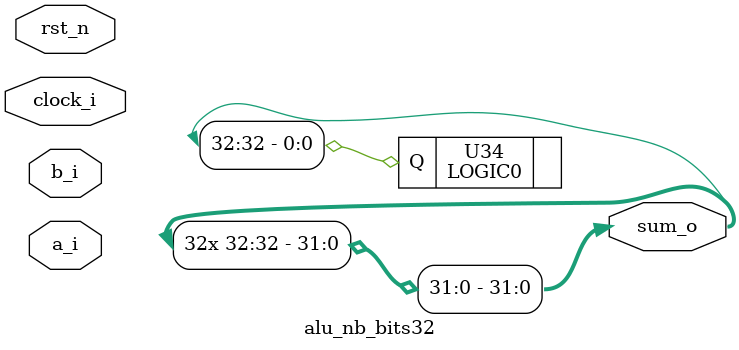
<source format=v>


module alu_nb_bits32 ( a_i, b_i, clock_i, rst_n, sum_o );
  input [31:0] a_i;
  input [31:0] b_i;
  output [32:0] sum_o;
  input clock_i, rst_n;

  assign sum_o[0] = sum_o[32];
  assign sum_o[1] = sum_o[32];
  assign sum_o[2] = sum_o[32];
  assign sum_o[3] = sum_o[32];
  assign sum_o[4] = sum_o[32];
  assign sum_o[5] = sum_o[32];
  assign sum_o[6] = sum_o[32];
  assign sum_o[7] = sum_o[32];
  assign sum_o[8] = sum_o[32];
  assign sum_o[9] = sum_o[32];
  assign sum_o[10] = sum_o[32];
  assign sum_o[11] = sum_o[32];
  assign sum_o[12] = sum_o[32];
  assign sum_o[13] = sum_o[32];
  assign sum_o[14] = sum_o[32];
  assign sum_o[15] = sum_o[32];
  assign sum_o[16] = sum_o[32];
  assign sum_o[17] = sum_o[32];
  assign sum_o[18] = sum_o[32];
  assign sum_o[19] = sum_o[32];
  assign sum_o[20] = sum_o[32];
  assign sum_o[21] = sum_o[32];
  assign sum_o[22] = sum_o[32];
  assign sum_o[23] = sum_o[32];
  assign sum_o[24] = sum_o[32];
  assign sum_o[25] = sum_o[32];
  assign sum_o[26] = sum_o[32];
  assign sum_o[27] = sum_o[32];
  assign sum_o[28] = sum_o[32];
  assign sum_o[29] = sum_o[32];
  assign sum_o[30] = sum_o[32];
  assign sum_o[31] = sum_o[32];

  LOGIC0 U34 ( .Q(sum_o[32]) );
endmodule


</source>
